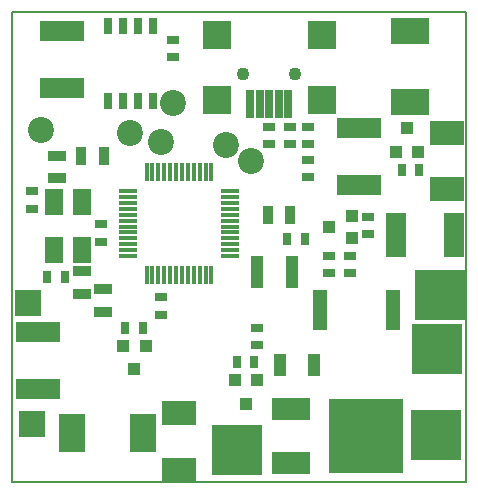
<source format=gbr>
G04 #@! TF.FileFunction,Soldermask,Top*
%FSLAX46Y46*%
G04 Gerber Fmt 4.6, Leading zero omitted, Abs format (unit mm)*
G04 Created by KiCad (PCBNEW 4.0.2+dfsg1-stable) date Пн 23 янв 2017 07:27:42*
%MOMM*%
G01*
G04 APERTURE LIST*
%ADD10C,0.100000*%
%ADD11C,0.150000*%
%ADD12R,0.700000X1.100000*%
%ADD13R,1.500000X2.200000*%
%ADD14R,1.000100X1.000100*%
%ADD15R,1.500000X0.450000*%
%ADD16R,0.450000X1.500000*%
%ADD17R,3.700000X1.800000*%
%ADD18R,0.708000X1.343000*%
%ADD19R,1.100000X0.700000*%
%ADD20R,3.248000X1.851000*%
%ADD21R,6.296000X6.296000*%
%ADD22R,0.900000X1.500000*%
%ADD23R,1.500000X0.900000*%
%ADD24C,2.200000*%
%ADD25R,4.264000X4.264000*%
%ADD26R,2.200000X2.200000*%
%ADD27R,2.900020X2.000860*%
%ADD28R,3.199740X2.198980*%
%ADD29R,2.198980X3.199740*%
%ADD30R,1.800000X3.700000*%
%ADD31R,1.100000X2.700000*%
%ADD32R,1.200000X3.400000*%
%ADD33R,2.397100X2.397100*%
%ADD34R,0.697840X2.397100*%
%ADD35C,1.099160*%
%ADD36R,1.100000X1.900000*%
G04 APERTURE END LIST*
D10*
D11*
X179200000Y-90400000D02*
X140800000Y-90400000D01*
X179200000Y-130200000D02*
X179200000Y-90400000D01*
X140800000Y-130200000D02*
X179200000Y-130200000D01*
X140800000Y-90400000D02*
X140800000Y-130200000D01*
D12*
X159800000Y-120000000D03*
X161300000Y-120000000D03*
D13*
X144300000Y-106500000D03*
X144300000Y-110500000D03*
X146700000Y-110500000D03*
X146700000Y-106500000D03*
D14*
X173250000Y-102200760D03*
X175150000Y-102200760D03*
X174200000Y-100201780D03*
D15*
X150564600Y-105542900D03*
X150564600Y-106042900D03*
X150564600Y-106542900D03*
X150564600Y-107042900D03*
X150564600Y-107542900D03*
X150564600Y-108042900D03*
X150564600Y-108542900D03*
X150564600Y-109042900D03*
X150564600Y-109542900D03*
X150564600Y-110042900D03*
X150564600Y-110542900D03*
X150564600Y-111042900D03*
D16*
X152164600Y-112642900D03*
X152664600Y-112642900D03*
X153164600Y-112642900D03*
X153664600Y-112642900D03*
X154164600Y-112642900D03*
X154664600Y-112642900D03*
X155164600Y-112642900D03*
X155664600Y-112642900D03*
X156164600Y-112642900D03*
X156664600Y-112642900D03*
X157164600Y-112642900D03*
X157664600Y-112642900D03*
D15*
X159264600Y-111042900D03*
X159264600Y-110542900D03*
X159264600Y-110042900D03*
X159264600Y-109542900D03*
X159264600Y-109042900D03*
X159264600Y-108542900D03*
X159264600Y-108042900D03*
X159264600Y-107542900D03*
X159264600Y-107042900D03*
X159264600Y-106542900D03*
X159264600Y-106042900D03*
X159264600Y-105542900D03*
D16*
X157664600Y-103942900D03*
X157164600Y-103942900D03*
X156664600Y-103942900D03*
X156164600Y-103942900D03*
X155664600Y-103942900D03*
X155164600Y-103942900D03*
X154664600Y-103942900D03*
X154164600Y-103942900D03*
X153664600Y-103942900D03*
X153164600Y-103942900D03*
X152664600Y-103942900D03*
X152164600Y-103942900D03*
D17*
X143002000Y-117449600D03*
X143002000Y-122326400D03*
D18*
X148865000Y-91555000D03*
X150135000Y-91555000D03*
X151405000Y-91555000D03*
X152675000Y-91555000D03*
X152675000Y-97905000D03*
X151405000Y-97905000D03*
X150135000Y-97905000D03*
X148865000Y-97905000D03*
D12*
X165550000Y-109600000D03*
X164050000Y-109600000D03*
D19*
X161544000Y-117106000D03*
X161544000Y-118606000D03*
X167640000Y-111010000D03*
X167640000Y-112510000D03*
X165862000Y-102882000D03*
X165862000Y-104382000D03*
X165862000Y-100088000D03*
X165862000Y-101588000D03*
X170942000Y-109208000D03*
X170942000Y-107708000D03*
D12*
X151880000Y-117094000D03*
X150380000Y-117094000D03*
X173775000Y-103725000D03*
X175275000Y-103725000D03*
D19*
X162560000Y-100088000D03*
X162560000Y-101588000D03*
D20*
X164400000Y-124014000D03*
D21*
X170750000Y-126300000D03*
D20*
X164400000Y-128586000D03*
D14*
X169600760Y-109550000D03*
X169600760Y-107650000D03*
X167601780Y-108600000D03*
X152080000Y-118633240D03*
X150180000Y-118633240D03*
X151130000Y-120632220D03*
D22*
X164350000Y-107600000D03*
X162450000Y-107600000D03*
D23*
X148500000Y-115750000D03*
X148500000Y-113850000D03*
D22*
X146650000Y-102600000D03*
X148550000Y-102600000D03*
D23*
X146700000Y-114250000D03*
X146700000Y-112350000D03*
X144600000Y-104450000D03*
X144600000Y-102550000D03*
D19*
X153350000Y-116000000D03*
X153350000Y-114500000D03*
X169418000Y-111010000D03*
X169418000Y-112510000D03*
X164338000Y-100088000D03*
X164338000Y-101588000D03*
D24*
X154432000Y-98044000D03*
X150800000Y-100600000D03*
X158900000Y-101650000D03*
X153416000Y-101346000D03*
D25*
X177038000Y-114300000D03*
X159800000Y-127500000D03*
D26*
X142494000Y-125222000D03*
D25*
X176700000Y-126200000D03*
D26*
X142100000Y-115000000D03*
D25*
X176784000Y-118872000D03*
D27*
X154940000Y-129146300D03*
X154940000Y-124345700D03*
X177600000Y-105400300D03*
X177600000Y-100599700D03*
D28*
X174498000Y-91996260D03*
X174498000Y-97995740D03*
D29*
X151843740Y-125984000D03*
X145844260Y-125984000D03*
D17*
X170180000Y-100177600D03*
X170180000Y-105054400D03*
D30*
X178206400Y-109220000D03*
X173329600Y-109220000D03*
D31*
X161550000Y-112400000D03*
X164450000Y-112400000D03*
D32*
X173026000Y-115570000D03*
X166826000Y-115570000D03*
D17*
X145000000Y-96838400D03*
X145000000Y-91961600D03*
D24*
X161000000Y-103000000D03*
D19*
X154432000Y-94222000D03*
X154432000Y-92722000D03*
D33*
X158130240Y-97853500D03*
D34*
X164157660Y-98132900D03*
X163357560Y-98132900D03*
X162560000Y-98132900D03*
X161762440Y-98132900D03*
X160962340Y-98132900D03*
D35*
X164757100Y-95605600D03*
X160360360Y-95605600D03*
D33*
X166989760Y-97853500D03*
X166989760Y-92354400D03*
X158130240Y-92354400D03*
D24*
X143200000Y-100400000D03*
D19*
X142500000Y-105550000D03*
X142500000Y-107050000D03*
D12*
X143750000Y-112800000D03*
X145250000Y-112800000D03*
D19*
X148300000Y-109850000D03*
X148300000Y-108350000D03*
D14*
X161550000Y-121549240D03*
X159650000Y-121549240D03*
X160600000Y-123548220D03*
D36*
X163430000Y-120290000D03*
X166330000Y-120290000D03*
M02*

</source>
